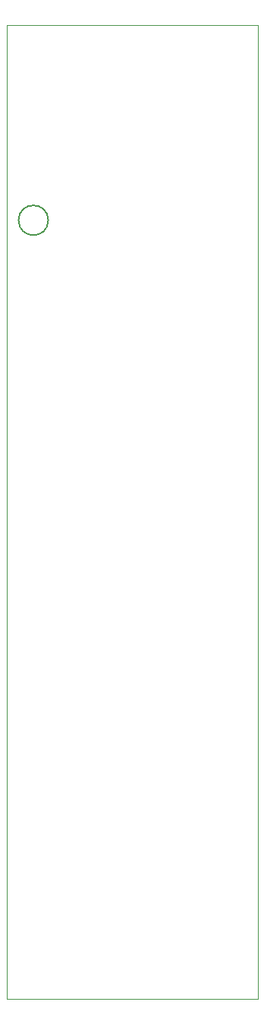
<source format=gm1>
%TF.GenerationSoftware,KiCad,Pcbnew,(6.0.1)*%
%TF.CreationDate,2022-11-01T09:39:24-04:00*%
%TF.ProjectId,ER-PROTO-02-MOZZI-DB,45522d50-524f-4544-9f2d-30322d4d4f5a,1*%
%TF.SameCoordinates,Original*%
%TF.FileFunction,Profile,NP*%
%FSLAX46Y46*%
G04 Gerber Fmt 4.6, Leading zero omitted, Abs format (unit mm)*
G04 Created by KiCad (PCBNEW (6.0.1)) date 2022-11-01 09:39:24*
%MOMM*%
%LPD*%
G01*
G04 APERTURE LIST*
%TA.AperFunction,Profile*%
%ADD10C,0.100000*%
%TD*%
%TA.AperFunction,Profile*%
%ADD11C,0.200000*%
%TD*%
G04 APERTURE END LIST*
D10*
X98500000Y-10000000D02*
X126500000Y-10000000D01*
X126500000Y-10000000D02*
X126500000Y-118500000D01*
X126500000Y-118500000D02*
X98500000Y-118500000D01*
X98500000Y-118500000D02*
X98500000Y-10000000D01*
D11*
X103128877Y-31750000D02*
G75*
G03*
X103128877Y-31750000I-1655877J0D01*
G01*
M02*

</source>
